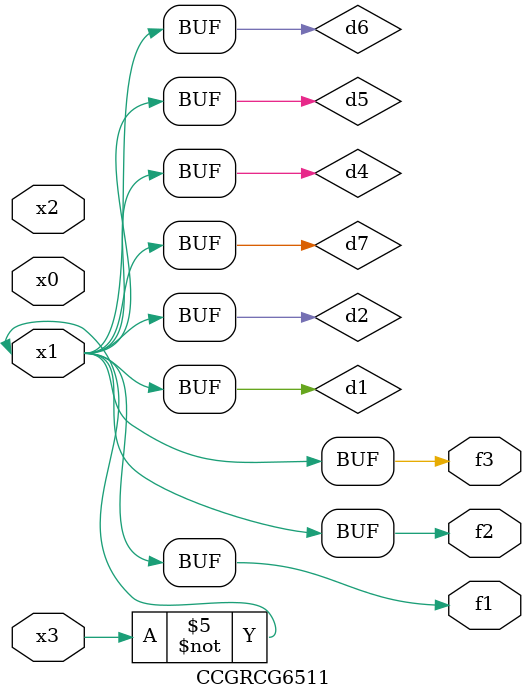
<source format=v>
module CCGRCG6511(
	input x0, x1, x2, x3,
	output f1, f2, f3
);

	wire d1, d2, d3, d4, d5, d6, d7;

	not (d1, x3);
	buf (d2, x1);
	xnor (d3, d1, d2);
	nor (d4, d1);
	buf (d5, d1, d2);
	buf (d6, d4, d5);
	nand (d7, d4);
	assign f1 = d6;
	assign f2 = d7;
	assign f3 = d6;
endmodule

</source>
